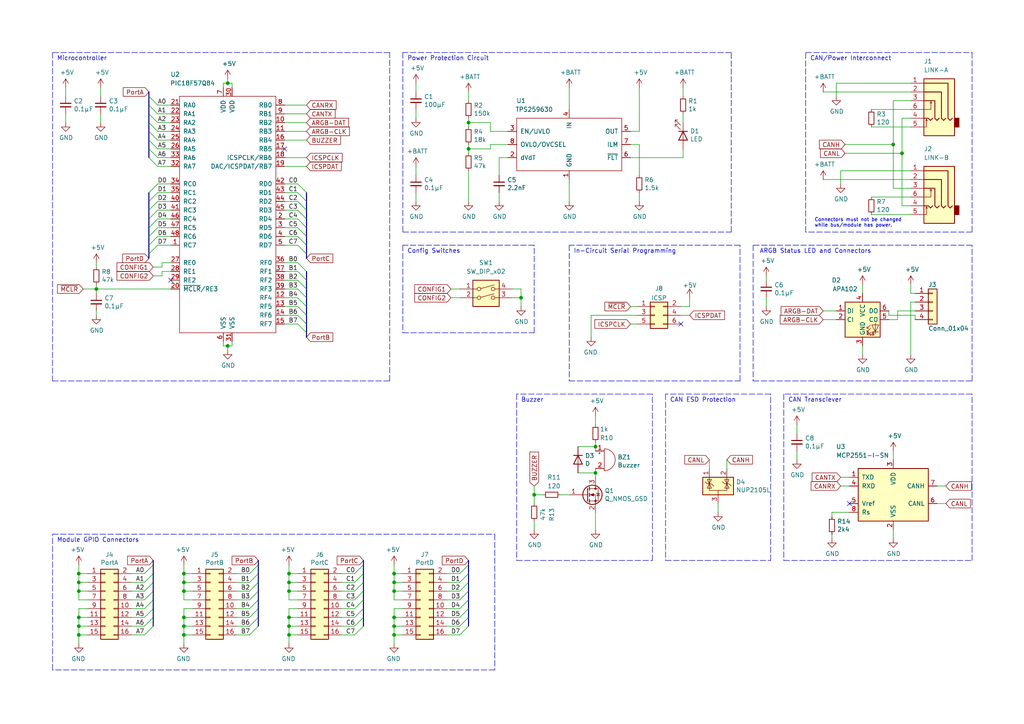
<source format=kicad_sch>
(kicad_sch (version 20211123) (generator eeschema)
  (paper "A4")
  (title_block (title "KTANE Physical Edition - Control Board") (date "2021-04-17") (rev "1") (company "Designed by Melair") (comment 1 "Multipurpose control board for Keep Talking and Nobody Explodes."))
  (junction (at 22.86 184.15))
  (junction (at 22.86 181.61))
  (junction (at 154.94 143.51))
  (junction (at 114.3 168.91))
  (junction (at 83.82 171.45))
  (junction (at 53.34 181.61))
  (junction (at 22.86 168.91))
  (junction (at 83.82 168.91))
  (junction (at 114.3 171.45))
  (junction (at 114.3 166.37))
  (junction (at 172.72 137.16))
  (junction (at 66.04 100.33))
  (junction (at 83.82 166.37))
  (junction (at 135.89 35.56))
  (junction (at 259.08 41.91))
  (junction (at 114.3 184.15))
  (junction (at 53.34 168.91))
  (junction (at 22.86 179.07))
  (junction (at 172.72 129.54))
  (junction (at 66.04 24.13))
  (junction (at 83.82 181.61))
  (junction (at 22.86 166.37))
  (junction (at 22.86 171.45))
  (junction (at 53.34 166.37))
  (junction (at 261.62 44.45))
  (junction (at 27.94 83.82))
  (junction (at 114.3 181.61))
  (junction (at 83.82 179.07))
  (junction (at 114.3 179.07))
  (junction (at 53.34 184.15))
  (junction (at 53.34 179.07))
  (junction (at 151.13 86.36))
  (junction (at 83.82 184.15))
  (junction (at 53.34 171.45))
  (junction (at 135.89 43.18))
  (no_connect (at 49.53 81.28))
  (no_connect (at 82.55 43.18))
  (no_connect (at 197.485 93.98))
  (no_connect (at 246.38 146.05))
  (bus_entry (at 43.18 60.96) (size 2.54 -2.54))
  (bus_entry (at 43.18 73.66) (size 2.54 -2.54))
  (bus_entry (at 43.18 55.88) (size 2.54 -2.54))
  (bus_entry (at 88.9 55.88) (size -2.54 -2.54))
  (bus_entry (at 88.9 71.12) (size -2.54 -2.54))
  (bus_entry (at 72.39 171.45) (size 2.54 -2.54))
  (bus_entry (at 102.87 181.61) (size 2.54 -2.54))
  (bus_entry (at 74.93 176.53) (size -2.54 2.54))
  (bus_entry (at 43.18 68.58) (size 2.54 -2.54))
  (bus_entry (at 43.18 58.42) (size 2.54 -2.54))
  (bus_entry (at 44.45 173.99) (size -2.54 2.54))
  (bus_entry (at 88.9 93.98) (size -2.54 -2.54))
  (bus_entry (at 102.87 173.99) (size 2.54 -2.54))
  (bus_entry (at 74.93 173.99) (size -2.54 2.54))
  (bus_entry (at 72.39 168.91) (size 2.54 -2.54))
  (bus_entry (at 88.9 58.42) (size -2.54 -2.54))
  (bus_entry (at 44.45 171.45) (size -2.54 2.54))
  (bus_entry (at 44.45 176.53) (size -2.54 2.54))
  (bus_entry (at 43.18 71.12) (size 2.54 -2.54))
  (bus_entry (at 133.35 166.37) (size 2.54 -2.54))
  (bus_entry (at 102.87 166.37) (size 2.54 -2.54))
  (bus_entry (at 133.35 181.61) (size 2.54 -2.54))
  (bus_entry (at 88.9 66.04) (size -2.54 -2.54))
  (bus_entry (at 72.39 184.15) (size 2.54 -2.54))
  (bus_entry (at 44.45 168.91) (size -2.54 2.54))
  (bus_entry (at 102.87 179.07) (size 2.54 -2.54))
  (bus_entry (at 43.18 27.94) (size 2.54 2.54))
  (bus_entry (at 88.9 86.36) (size -2.54 -2.54))
  (bus_entry (at 88.9 81.28) (size -2.54 -2.54))
  (bus_entry (at 43.18 43.18) (size 2.54 2.54))
  (bus_entry (at 44.45 166.37) (size -2.54 2.54))
  (bus_entry (at 44.45 179.07) (size -2.54 2.54))
  (bus_entry (at 44.45 163.83) (size -2.54 2.54))
  (bus_entry (at 74.93 179.07) (size -2.54 2.54))
  (bus_entry (at 102.87 176.53) (size 2.54 -2.54))
  (bus_entry (at 43.18 45.72) (size 2.54 2.54))
  (bus_entry (at 102.87 171.45) (size 2.54 -2.54))
  (bus_entry (at 88.9 68.58) (size -2.54 -2.54))
  (bus_entry (at 133.35 168.91) (size 2.54 -2.54))
  (bus_entry (at 88.9 88.9) (size -2.54 -2.54))
  (bus_entry (at 133.35 171.45) (size 2.54 -2.54))
  (bus_entry (at 43.18 40.64) (size 2.54 2.54))
  (bus_entry (at 43.18 66.04) (size 2.54 -2.54))
  (bus_entry (at 88.9 60.96) (size -2.54 -2.54))
  (bus_entry (at 88.9 96.52) (size -2.54 -2.54))
  (bus_entry (at 43.18 33.02) (size 2.54 2.54))
  (bus_entry (at 43.18 30.48) (size 2.54 2.54))
  (bus_entry (at 133.35 184.15) (size 2.54 -2.54))
  (bus_entry (at 44.45 181.61) (size -2.54 2.54))
  (bus_entry (at 88.9 63.5) (size -2.54 -2.54))
  (bus_entry (at 133.35 179.07) (size 2.54 -2.54))
  (bus_entry (at 88.9 78.74) (size -2.54 -2.54))
  (bus_entry (at 133.35 173.99) (size 2.54 -2.54))
  (bus_entry (at 102.87 168.91) (size 2.54 -2.54))
  (bus_entry (at 88.9 83.82) (size -2.54 -2.54))
  (bus_entry (at 43.18 63.5) (size 2.54 -2.54))
  (bus_entry (at 133.35 176.53) (size 2.54 -2.54))
  (bus_entry (at 43.18 38.1) (size 2.54 2.54))
  (bus_entry (at 43.18 35.56) (size 2.54 2.54))
  (bus_entry (at 72.39 166.37) (size 2.54 -2.54))
  (bus_entry (at 74.93 171.45) (size -2.54 2.54))
  (bus_entry (at 102.87 184.15) (size 2.54 -2.54))
  (bus_entry (at 88.9 91.44) (size -2.54 -2.54))
  (bus_entry (at 88.9 73.66) (size -2.54 -2.54))
  (wire (pts (xy 264.16 87.63) (xy 264.16 102.87)))
  (bus (pts (xy 43.18 40.64) (xy 43.18 43.18)))
  (polyline (pts (xy 227.33 114.3) (xy 227.33 162.56)))
  (wire (pts (xy 22.86 184.15) (xy 22.86 186.69)))
  (wire (pts (xy 68.58 179.07) (xy 72.39 179.07)))
  (wire (pts (xy 148.59 86.36) (xy 151.13 86.36)))
  (wire (pts (xy 86.36 63.5) (xy 82.55 63.5)))
  (bus (pts (xy 88.9 91.44) (xy 88.9 93.98)))
  (wire (pts (xy 55.88 168.91) (xy 53.34 168.91)))
  (wire (pts (xy 49.53 43.18) (xy 45.72 43.18)))
  (wire (pts (xy 83.82 171.45) (xy 86.36 171.45)))
  (wire (pts (xy 27.94 83.82) (xy 24.13 83.82)))
  (wire (pts (xy 86.36 91.44) (xy 82.55 91.44)))
  (wire (pts (xy 53.34 173.99) (xy 53.34 171.45)))
  (polyline (pts (xy 212.09 15.24) (xy 116.84 15.24)))
  (wire (pts (xy 82.55 60.96) (xy 86.36 60.96)))
  (wire (pts (xy 135.89 43.18) (xy 135.89 44.45)))
  (wire (pts (xy 82.55 30.48) (xy 88.9 30.48)))
  (bus (pts (xy 44.45 176.53) (xy 44.45 179.07)))
  (wire (pts (xy 250.19 82.55) (xy 250.19 85.09)))
  (wire (pts (xy 102.87 171.45) (xy 99.06 171.45)))
  (wire (pts (xy 259.08 133.35) (xy 259.08 130.81)))
  (wire (pts (xy 82.55 33.02) (xy 88.9 33.02)))
  (bus (pts (xy 135.89 179.07) (xy 135.89 181.61)))
  (wire (pts (xy 246.38 140.97) (xy 243.84 140.97)))
  (wire (pts (xy 55.88 181.61) (xy 53.34 181.61)))
  (wire (pts (xy 44.45 77.47) (xy 46.99 77.47)))
  (polyline (pts (xy 116.84 15.24) (xy 116.84 67.31)))
  (wire (pts (xy 25.4 179.07) (xy 22.86 179.07)))
  (bus (pts (xy 74.93 166.37) (xy 74.93 168.91)))
  (wire (pts (xy 172.72 138.43) (xy 172.72 137.16)))
  (polyline (pts (xy 214.63 71.12) (xy 165.1 71.12)))
  (bus (pts (xy 43.18 66.04) (xy 43.18 68.58)))
  (wire (pts (xy 172.72 153.67) (xy 172.72 148.59)))
  (polyline (pts (xy 149.86 114.3) (xy 149.86 162.56)))
  (bus (pts (xy 74.93 163.83) (xy 74.93 166.37)))
  (wire (pts (xy 55.88 166.37) (xy 53.34 166.37)))
  (wire (pts (xy 114.3 184.15) (xy 116.84 184.15)))
  (polyline (pts (xy 113.03 15.24) (xy 15.24 15.24)))
  (wire (pts (xy 49.53 83.82) (xy 27.94 83.82)))
  (wire (pts (xy 66.04 100.33) (xy 66.04 101.6)))
  (wire (pts (xy 197.485 88.9) (xy 200.025 88.9)))
  (wire (pts (xy 86.36 176.53) (xy 83.82 176.53)))
  (wire (pts (xy 148.59 83.82) (xy 151.13 83.82)))
  (wire (pts (xy 83.82 166.37) (xy 83.82 163.83)))
  (wire (pts (xy 182.88 93.98) (xy 184.785 93.98)))
  (wire (pts (xy 82.55 38.1) (xy 88.9 38.1)))
  (wire (pts (xy 27.94 90.17) (xy 27.94 91.44)))
  (wire (pts (xy 82.55 81.28) (xy 86.36 81.28)))
  (wire (pts (xy 185.42 38.1) (xy 185.42 25.4)))
  (wire (pts (xy 130.81 86.36) (xy 133.35 86.36)))
  (wire (pts (xy 241.3 156.21) (xy 241.3 154.94)))
  (wire (pts (xy 261.62 59.69) (xy 264.16 59.69)))
  (wire (pts (xy 53.34 184.15) (xy 53.34 186.69)))
  (wire (pts (xy 49.53 45.72) (xy 45.72 45.72)))
  (wire (pts (xy 264.16 54.61) (xy 259.08 54.61)))
  (wire (pts (xy 172.72 123.19) (xy 172.72 120.65)))
  (wire (pts (xy 53.34 176.53) (xy 53.34 179.07)))
  (wire (pts (xy 114.3 184.15) (xy 114.3 186.69)))
  (wire (pts (xy 257.81 91.44) (xy 265.43 91.44)))
  (bus (pts (xy 43.18 33.02) (xy 43.18 35.56)))
  (bus (pts (xy 105.41 171.45) (xy 105.41 173.99)))
  (polyline (pts (xy 113.03 110.49) (xy 113.03 15.24)))
  (wire (pts (xy 198.12 33.02) (xy 198.12 35.56)))
  (wire (pts (xy 154.94 146.05) (xy 154.94 143.51)))
  (wire (pts (xy 238.76 26.67) (xy 264.16 26.67)))
  (wire (pts (xy 133.35 168.91) (xy 129.54 168.91)))
  (wire (pts (xy 44.45 80.01) (xy 46.99 80.01)))
  (bus (pts (xy 88.9 86.36) (xy 88.9 88.9)))
  (bus (pts (xy 44.45 168.91) (xy 44.45 171.45)))
  (wire (pts (xy 49.53 63.5) (xy 45.72 63.5)))
  (wire (pts (xy 114.3 166.37) (xy 114.3 163.83)))
  (wire (pts (xy 147.32 45.72) (xy 144.78 45.72)))
  (wire (pts (xy 86.36 68.58) (xy 82.55 68.58)))
  (bus (pts (xy 74.93 162.56) (xy 74.93 163.83)))
  (bus (pts (xy 105.41 179.07) (xy 105.41 181.61)))
  (wire (pts (xy 49.53 58.42) (xy 45.72 58.42)))
  (wire (pts (xy 49.53 78.74) (xy 46.99 78.74)))
  (wire (pts (xy 86.36 53.34) (xy 82.55 53.34)))
  (wire (pts (xy 29.21 25.4) (xy 29.21 27.94)))
  (bus (pts (xy 105.41 162.56) (xy 105.41 163.83)))
  (bus (pts (xy 43.18 55.88) (xy 43.18 58.42)))
  (wire (pts (xy 259.08 41.91) (xy 259.08 29.21)))
  (wire (pts (xy 142.24 35.56) (xy 135.89 35.56)))
  (polyline (pts (xy 193.04 114.3) (xy 193.04 162.56)))
  (wire (pts (xy 165.1 52.07) (xy 165.1 58.42)))
  (bus (pts (xy 43.18 35.56) (xy 43.18 38.1)))
  (wire (pts (xy 41.91 166.37) (xy 38.1 166.37)))
  (wire (pts (xy 172.72 129.54) (xy 172.72 128.27)))
  (wire (pts (xy 259.08 29.21) (xy 264.16 29.21)))
  (wire (pts (xy 25.4 181.61) (xy 22.86 181.61)))
  (polyline (pts (xy 223.52 114.3) (xy 193.04 114.3)))
  (wire (pts (xy 102.87 176.53) (xy 99.06 176.53)))
  (wire (pts (xy 67.31 100.33) (xy 66.04 100.33)))
  (wire (pts (xy 46.99 76.2) (xy 46.99 77.47)))
  (wire (pts (xy 53.34 179.07) (xy 53.34 181.61)))
  (wire (pts (xy 45.72 60.96) (xy 49.53 60.96)))
  (wire (pts (xy 27.94 82.55) (xy 27.94 83.82)))
  (wire (pts (xy 271.78 146.05) (xy 274.32 146.05)))
  (wire (pts (xy 133.35 179.07) (xy 129.54 179.07)))
  (wire (pts (xy 82.55 40.64) (xy 88.9 40.64)))
  (wire (pts (xy 83.82 179.07) (xy 86.36 179.07)))
  (wire (pts (xy 83.82 179.07) (xy 83.82 181.61)))
  (bus (pts (xy 135.89 168.91) (xy 135.89 171.45)))
  (wire (pts (xy 142.24 41.91) (xy 147.32 41.91)))
  (wire (pts (xy 83.82 181.61) (xy 86.36 181.61)))
  (wire (pts (xy 83.82 181.61) (xy 83.82 184.15)))
  (bus (pts (xy 88.9 81.28) (xy 88.9 83.82)))
  (wire (pts (xy 22.86 171.45) (xy 22.86 168.91)))
  (polyline (pts (xy 281.94 15.24) (xy 281.94 67.31)))
  (wire (pts (xy 49.53 40.64) (xy 45.72 40.64)))
  (wire (pts (xy 182.88 88.9) (xy 184.785 88.9)))
  (wire (pts (xy 49.53 48.26) (xy 45.72 48.26)))
  (wire (pts (xy 133.35 166.37) (xy 129.54 166.37)))
  (bus (pts (xy 88.9 68.58) (xy 88.9 71.12)))
  (bus (pts (xy 74.93 179.07) (xy 74.93 181.61)))
  (wire (pts (xy 172.72 130.81) (xy 172.72 129.54)))
  (bus (pts (xy 43.18 43.18) (xy 43.18 45.72)))
  (wire (pts (xy 82.55 48.26) (xy 88.9 48.26)))
  (wire (pts (xy 68.58 166.37) (xy 72.39 166.37)))
  (bus (pts (xy 43.18 38.1) (xy 43.18 40.64)))
  (wire (pts (xy 49.53 33.02) (xy 45.72 33.02)))
  (polyline (pts (xy 143.51 194.31) (xy 15.24 194.31)))
  (wire (pts (xy 46.99 78.74) (xy 46.99 80.01)))
  (wire (pts (xy 135.89 41.91) (xy 135.89 43.18)))
  (bus (pts (xy 74.93 171.45) (xy 74.93 173.99)))
  (polyline (pts (xy 227.33 162.56) (xy 281.94 162.56)))
  (wire (pts (xy 144.78 55.88) (xy 144.78 58.42)))
  (wire (pts (xy 120.65 34.29) (xy 120.65 31.75)))
  (wire (pts (xy 55.88 184.15) (xy 53.34 184.15)))
  (polyline (pts (xy 281.94 67.31) (xy 233.68 67.31)))
  (wire (pts (xy 83.82 176.53) (xy 83.82 179.07)))
  (wire (pts (xy 135.89 35.56) (xy 135.89 36.83)))
  (polyline (pts (xy 218.44 71.12) (xy 218.44 110.49)))
  (wire (pts (xy 265.43 90.17) (xy 260.35 90.17)))
  (wire (pts (xy 133.35 184.15) (xy 129.54 184.15)))
  (wire (pts (xy 67.31 99.06) (xy 67.31 100.33)))
  (wire (pts (xy 246.38 138.43) (xy 243.84 138.43)))
  (wire (pts (xy 64.77 24.13) (xy 64.77 25.4)))
  (wire (pts (xy 171.45 91.44) (xy 171.45 97.79)))
  (wire (pts (xy 157.48 143.51) (xy 154.94 143.51)))
  (wire (pts (xy 29.21 35.56) (xy 29.21 33.02)))
  (polyline (pts (xy 116.84 96.52) (xy 154.94 96.52)))
  (wire (pts (xy 49.53 38.1) (xy 45.72 38.1)))
  (polyline (pts (xy 154.94 71.12) (xy 116.84 71.12)))
  (wire (pts (xy 45.72 71.12) (xy 49.53 71.12)))
  (wire (pts (xy 25.4 166.37) (xy 22.86 166.37)))
  (bus (pts (xy 105.41 163.83) (xy 105.41 166.37)))
  (wire (pts (xy 82.55 86.36) (xy 86.36 86.36)))
  (wire (pts (xy 245.11 41.91) (xy 259.08 41.91)))
  (wire (pts (xy 154.94 151.13) (xy 154.94 153.67)))
  (wire (pts (xy 135.89 49.53) (xy 135.89 58.42)))
  (polyline (pts (xy 149.86 162.56) (xy 189.23 162.56)))
  (wire (pts (xy 86.36 93.98) (xy 82.55 93.98)))
  (wire (pts (xy 102.87 184.15) (xy 99.06 184.15)))
  (wire (pts (xy 22.86 176.53) (xy 22.86 179.07)))
  (bus (pts (xy 74.93 173.99) (xy 74.93 176.53)))
  (bus (pts (xy 88.9 55.88) (xy 88.9 58.42)))
  (wire (pts (xy 68.58 181.61) (xy 72.39 181.61)))
  (bus (pts (xy 135.89 173.99) (xy 135.89 176.53)))
  (bus (pts (xy 43.18 73.66) (xy 43.18 74.93)))
  (bus (pts (xy 88.9 60.96) (xy 88.9 63.5)))
  (wire (pts (xy 185.42 55.88) (xy 185.42 58.42)))
  (wire (pts (xy 142.24 43.18) (xy 135.89 43.18)))
  (bus (pts (xy 135.89 163.83) (xy 135.89 166.37)))
  (polyline (pts (xy 212.09 67.31) (xy 212.09 15.24)))
  (wire (pts (xy 172.72 137.16) (xy 172.72 135.89)))
  (polyline (pts (xy 281.94 162.56) (xy 281.94 114.3)))
  (wire (pts (xy 68.58 171.45) (xy 72.39 171.45)))
  (wire (pts (xy 45.72 53.34) (xy 49.53 53.34)))
  (bus (pts (xy 88.9 63.5) (xy 88.9 66.04)))
  (polyline (pts (xy 143.51 154.94) (xy 143.51 194.31)))
  (wire (pts (xy 68.58 176.53) (xy 72.39 176.53)))
  (polyline (pts (xy 165.1 110.49) (xy 214.63 110.49)))
  (wire (pts (xy 252.73 31.75) (xy 264.16 31.75)))
  (wire (pts (xy 245.11 44.45) (xy 261.62 44.45)))
  (wire (pts (xy 67.31 25.4) (xy 67.31 24.13)))
  (wire (pts (xy 114.3 173.99) (xy 114.3 171.45)))
  (bus (pts (xy 43.18 58.42) (xy 43.18 60.96)))
  (wire (pts (xy 66.04 22.86) (xy 66.04 24.13)))
  (bus (pts (xy 43.18 60.96) (xy 43.18 63.5)))
  (wire (pts (xy 19.05 35.56) (xy 19.05 33.02)))
  (wire (pts (xy 55.88 173.99) (xy 53.34 173.99)))
  (bus (pts (xy 88.9 96.52) (xy 88.9 97.79)))
  (wire (pts (xy 205.74 133.35) (xy 205.74 135.89)))
  (wire (pts (xy 151.13 83.82) (xy 151.13 86.36)))
  (wire (pts (xy 82.55 55.88) (xy 86.36 55.88)))
  (polyline (pts (xy 15.24 194.31) (xy 15.24 154.94)))
  (wire (pts (xy 114.3 168.91) (xy 114.3 166.37)))
  (wire (pts (xy 162.56 143.51) (xy 165.1 143.51)))
  (bus (pts (xy 74.93 176.53) (xy 74.93 179.07)))
  (wire (pts (xy 38.1 168.91) (xy 41.91 168.91)))
  (wire (pts (xy 116.84 173.99) (xy 114.3 173.99)))
  (bus (pts (xy 135.89 171.45) (xy 135.89 173.99)))
  (polyline (pts (xy 233.68 15.24) (xy 281.94 15.24)))
  (polyline (pts (xy 15.24 154.94) (xy 143.51 154.94)))
  (wire (pts (xy 261.62 34.29) (xy 264.16 34.29)))
  (wire (pts (xy 49.53 76.2) (xy 46.99 76.2)))
  (wire (pts (xy 55.88 179.07) (xy 53.34 179.07)))
  (wire (pts (xy 22.86 179.07) (xy 22.86 181.61)))
  (wire (pts (xy 22.86 173.99) (xy 22.86 171.45)))
  (wire (pts (xy 27.94 76.2) (xy 27.94 77.47)))
  (polyline (pts (xy 189.23 114.3) (xy 149.86 114.3)))
  (wire (pts (xy 252.73 62.23) (xy 264.16 62.23)))
  (bus (pts (xy 135.89 162.56) (xy 135.89 163.83)))
  (wire (pts (xy 182.88 38.1) (xy 185.42 38.1)))
  (wire (pts (xy 49.53 30.48) (xy 45.72 30.48)))
  (wire (pts (xy 41.91 176.53) (xy 38.1 176.53)))
  (wire (pts (xy 243.84 49.53) (xy 243.84 53.34)))
  (wire (pts (xy 135.89 34.29) (xy 135.89 35.56)))
  (wire (pts (xy 252.73 57.15) (xy 264.16 57.15)))
  (wire (pts (xy 242.57 92.71) (xy 238.76 92.71)))
  (wire (pts (xy 264.16 82.55) (xy 264.16 85.09)))
  (bus (pts (xy 88.9 93.98) (xy 88.9 96.52)))
  (wire (pts (xy 197.485 91.44) (xy 200.025 91.44)))
  (wire (pts (xy 66.04 24.13) (xy 64.77 24.13)))
  (wire (pts (xy 45.72 68.58) (xy 49.53 68.58)))
  (bus (pts (xy 105.41 173.99) (xy 105.41 176.53)))
  (wire (pts (xy 114.3 166.37) (xy 116.84 166.37)))
  (polyline (pts (xy 15.24 110.49) (xy 113.03 110.49)))
  (wire (pts (xy 246.38 148.59) (xy 241.3 148.59)))
  (wire (pts (xy 142.24 41.91) (xy 142.24 43.18)))
  (polyline (pts (xy 116.84 71.12) (xy 116.84 96.52)))
  (bus (pts (xy 88.9 71.12) (xy 88.9 73.66)))
  (wire (pts (xy 198.12 25.4) (xy 198.12 27.94)))
  (polyline (pts (xy 189.23 162.56) (xy 189.23 114.3)))
  (bus (pts (xy 88.9 88.9) (xy 88.9 91.44)))
  (bus (pts (xy 105.41 176.53) (xy 105.41 179.07)))
  (wire (pts (xy 142.24 38.1) (xy 142.24 35.56)))
  (bus (pts (xy 135.89 176.53) (xy 135.89 179.07)))
  (wire (pts (xy 116.84 176.53) (xy 114.3 176.53)))
  (wire (pts (xy 167.64 129.54) (xy 172.72 129.54)))
  (polyline (pts (xy 165.1 71.12) (xy 165.1 110.49)))
  (bus (pts (xy 44.45 166.37) (xy 44.45 168.91)))
  (wire (pts (xy 19.05 25.4) (xy 19.05 27.94)))
  (wire (pts (xy 67.31 24.13) (xy 66.04 24.13)))
  (wire (pts (xy 102.87 173.99) (xy 99.06 173.99)))
  (wire (pts (xy 83.82 184.15) (xy 83.82 186.69)))
  (wire (pts (xy 264.16 87.63) (xy 265.43 87.63)))
  (wire (pts (xy 86.36 78.74) (xy 82.55 78.74)))
  (bus (pts (xy 44.45 179.07) (xy 44.45 181.61)))
  (wire (pts (xy 135.89 26.67) (xy 135.89 29.21)))
  (wire (pts (xy 261.62 44.45) (xy 261.62 59.69)))
  (wire (pts (xy 83.82 166.37) (xy 86.36 166.37)))
  (polyline (pts (xy 281.94 114.3) (xy 227.33 114.3)))
  (wire (pts (xy 114.3 176.53) (xy 114.3 179.07)))
  (polyline (pts (xy 214.63 110.49) (xy 214.63 71.12)))
  (wire (pts (xy 83.82 168.91) (xy 83.82 166.37)))
  (wire (pts (xy 182.88 41.91) (xy 185.42 41.91)))
  (wire (pts (xy 261.62 44.45) (xy 261.62 34.29)))
  (wire (pts (xy 260.35 90.17) (xy 260.35 92.71)))
  (wire (pts (xy 231.14 123.19) (xy 231.14 125.73)))
  (wire (pts (xy 102.87 181.61) (xy 99.06 181.61)))
  (wire (pts (xy 83.82 184.15) (xy 86.36 184.15)))
  (polyline (pts (xy 281.94 110.49) (xy 281.94 71.12)))
  (bus (pts (xy 43.18 26.67) (xy 43.18 27.94)))
  (polyline (pts (xy 223.52 162.56) (xy 223.52 114.3)))
  (polyline (pts (xy 218.44 110.49) (xy 281.94 110.49)))
  (bus (pts (xy 135.89 166.37) (xy 135.89 168.91)))
  (wire (pts (xy 53.34 166.37) (xy 53.34 163.83)))
  (bus (pts (xy 44.45 163.83) (xy 44.45 166.37)))
  (bus (pts (xy 43.18 71.12) (xy 43.18 73.66)))
  (wire (pts (xy 114.3 181.61) (xy 116.84 181.61)))
  (wire (pts (xy 167.64 137.16) (xy 172.72 137.16)))
  (wire (pts (xy 165.1 25.4) (xy 165.1 31.75)))
  (wire (pts (xy 25.4 184.15) (xy 22.86 184.15)))
  (wire (pts (xy 41.91 181.61) (xy 38.1 181.61)))
  (bus (pts (xy 88.9 83.82) (xy 88.9 86.36)))
  (wire (pts (xy 264.16 49.53) (xy 243.84 49.53)))
  (polyline (pts (xy 233.68 67.31) (xy 233.68 15.24)))
  (wire (pts (xy 82.55 45.72) (xy 88.9 45.72)))
  (wire (pts (xy 242.57 24.13) (xy 264.16 24.13)))
  (polyline (pts (xy 193.04 162.56) (xy 223.52 162.56)))
  (wire (pts (xy 53.34 168.91) (xy 53.34 166.37)))
  (wire (pts (xy 38.1 179.07) (xy 41.91 179.07)))
  (wire (pts (xy 102.87 168.91) (xy 99.06 168.91)))
  (wire (pts (xy 260.35 92.71) (xy 257.81 92.71)))
  (wire (pts (xy 83.82 173.99) (xy 83.82 171.45)))
  (wire (pts (xy 82.55 71.12) (xy 86.36 71.12)))
  (wire (pts (xy 114.3 181.61) (xy 114.3 184.15)))
  (wire (pts (xy 86.36 168.91) (xy 83.82 168.91)))
  (wire (pts (xy 55.88 176.53) (xy 53.34 176.53)))
  (wire (pts (xy 86.36 76.2) (xy 82.55 76.2)))
  (wire (pts (xy 22.86 181.61) (xy 22.86 184.15)))
  (wire (pts (xy 133.35 171.45) (xy 129.54 171.45)))
  (bus (pts (xy 43.18 30.48) (xy 43.18 33.02)))
  (wire (pts (xy 55.88 171.45) (xy 53.34 171.45)))
  (wire (pts (xy 210.82 133.35) (xy 210.82 135.89)))
  (bus (pts (xy 43.18 27.94) (xy 43.18 30.48)))
  (wire (pts (xy 102.87 179.07) (xy 99.06 179.07)))
  (polyline (pts (xy 281.94 71.12) (xy 218.44 71.12)))
  (bus (pts (xy 88.9 73.66) (xy 88.9 74.93)))
  (wire (pts (xy 22.86 166.37) (xy 22.86 163.83)))
  (wire (pts (xy 264.16 52.07) (xy 238.76 52.07)))
  (wire (pts (xy 200.025 86.36) (xy 200.025 88.9)))
  (wire (pts (xy 231.14 130.81) (xy 231.14 133.35)))
  (wire (pts (xy 22.86 168.91) (xy 22.86 166.37)))
  (wire (pts (xy 64.77 99.06) (xy 64.77 100.33)))
  (wire (pts (xy 208.28 146.05) (xy 208.28 148.59)))
  (wire (pts (xy 259.08 54.61) (xy 259.08 41.91)))
  (wire (pts (xy 250.19 100.33) (xy 250.19 102.87)))
  (wire (pts (xy 49.53 35.56) (xy 45.72 35.56)))
  (polyline (pts (xy 15.24 15.24) (xy 15.24 110.49)))
  (wire (pts (xy 83.82 171.45) (xy 83.82 168.91)))
  (bus (pts (xy 43.18 68.58) (xy 43.18 71.12)))
  (wire (pts (xy 27.94 83.82) (xy 27.94 85.09)))
  (wire (pts (xy 252.73 36.83) (xy 264.16 36.83)))
  (wire (pts (xy 120.65 48.26) (xy 120.65 50.8)))
  (wire (pts (xy 114.3 171.45) (xy 114.3 168.91)))
  (wire (pts (xy 133.35 176.53) (xy 129.54 176.53)))
  (wire (pts (xy 271.78 140.97) (xy 274.32 140.97)))
  (wire (pts (xy 222.25 80.01) (xy 222.25 81.28)))
  (wire (pts (xy 45.72 66.04) (xy 49.53 66.04)))
  (wire (pts (xy 82.55 66.04) (xy 86.36 66.04)))
  (wire (pts (xy 198.12 45.72) (xy 182.88 45.72)))
  (wire (pts (xy 38.1 173.99) (xy 41.91 173.99)))
  (wire (pts (xy 242.57 90.17) (xy 238.76 90.17)))
  (bus (pts (xy 88.9 78.74) (xy 88.9 81.28)))
  (wire (pts (xy 41.91 184.15) (xy 38.1 184.15)))
  (polyline (pts (xy 154.94 96.52) (xy 154.94 71.12)))
  (wire (pts (xy 198.12 43.18) (xy 198.12 45.72)))
  (wire (pts (xy 86.36 58.42) (xy 82.55 58.42)))
  (wire (pts (xy 241.3 148.59) (xy 241.3 149.86)))
  (bus (pts (xy 88.9 58.42) (xy 88.9 60.96)))
  (wire (pts (xy 114.3 171.45) (xy 116.84 171.45)))
  (wire (pts (xy 41.91 171.45) (xy 38.1 171.45)))
  (wire (pts (xy 222.25 86.36) (xy 222.25 88.9)))
  (wire (pts (xy 144.78 45.72) (xy 144.78 50.8)))
  (wire (pts (xy 130.81 83.82) (xy 133.35 83.82)))
  (wire (pts (xy 25.4 168.91) (xy 22.86 168.91)))
  (bus (pts (xy 44.45 173.99) (xy 44.45 176.53)))
  (wire (pts (xy 102.87 166.37) (xy 99.06 166.37)))
  (wire (pts (xy 53.34 181.61) (xy 53.34 184.15)))
  (wire (pts (xy 147.32 38.1) (xy 142.24 38.1)))
  (wire (pts (xy 242.57 27.94) (xy 242.57 24.13)))
  (wire (pts (xy 120.65 26.67) (xy 120.65 24.13)))
  (wire (pts (xy 68.58 168.91) (xy 72.39 168.91)))
  (wire (pts (xy 64.77 100.33) (xy 66.04 100.33)))
  (wire (pts (xy 68.58 184.15) (xy 72.39 184.15)))
  (wire (pts (xy 133.35 173.99) (xy 129.54 173.99)))
  (wire (pts (xy 82.55 35.56) (xy 88.9 35.56)))
  (wire (pts (xy 68.58 173.99) (xy 72.39 173.99)))
  (bus (pts (xy 43.18 63.5) (xy 43.18 66.04)))
  (wire (pts (xy 264.16 85.09) (xy 265.43 85.09)))
  (polyline (pts (xy 116.84 67.31) (xy 212.09 67.31)))
  (bus (pts (xy 44.45 171.45) (xy 44.45 173.99)))
  (wire (pts (xy 114.3 179.07) (xy 116.84 179.07)))
  (wire (pts (xy 259.08 156.21) (xy 259.08 153.67)))
  (wire (pts (xy 86.36 88.9) (xy 82.55 88.9)))
  (wire (pts (xy 120.65 58.42) (xy 120.65 55.88)))
  (wire (pts (xy 53.34 171.45) (xy 53.34 168.91)))
  (wire (pts (xy 257.81 90.17) (xy 257.81 91.44)))
  (bus (pts (xy 88.9 66.04) (xy 88.9 68.58)))
  (wire (pts (xy 86.36 83.82) (xy 82.55 83.82)))
  (bus (pts (xy 105.41 168.91) (xy 105.41 171.45)))
  (bus (pts (xy 44.45 162.56) (xy 44.45 163.83)))
  (bus (pts (xy 74.93 168.91) (xy 74.93 171.45)))
  (wire (pts (xy 25.4 171.45) (xy 22.86 171.45)))
  (wire (pts (xy 151.13 86.36) (xy 151.13 88.9)))
  (wire (pts (xy 154.94 143.51) (xy 154.94 140.97)))
  (wire (pts (xy 86.36 173.99) (xy 83.82 173.99)))
  (wire (pts (xy 116.84 168.91) (xy 114.3 168.91)))
  (wire (pts (xy 45.72 55.88) (xy 49.53 55.88)))
  (wire (pts (xy 185.42 41.91) (xy 185.42 50.8)))
  (wire (pts (xy 114.3 179.07) (xy 114.3 181.61)))
  (wire (pts (xy 25.4 176.53) (xy 22.86 176.53)))
  (bus (pts (xy 105.41 166.37) (xy 105.41 168.91)))
  (wire (pts (xy 25.4 173.99) (xy 22.86 173.99)))
  (wire (pts (xy 265.43 91.44) (xy 265.43 92.71)))
  (wire (pts (xy 133.35 181.61) (xy 129.54 181.61)))
  (wire (pts (xy 171.45 91.44) (xy 184.785 91.44)))
  (text "CAN/Power Interconnect" (at 234.95 17.78 0) (effects (font (size 1.27 1.27)) (justify left bottom)))
  (text "Connectors must not be changed\nwhile bus/module has power." (at 236.22 66.04 0) (effects (font (size 0.9906 0.9906)) (justify left bottom)))
  (text "Config Switches" (at 118.11 73.66 0) (effects (font (size 1.27 1.27)) (justify left bottom)))
  (text "In-Circuit Serial Programming" (at 166.37 73.66 0) (effects (font (size 1.27 1.27)) (justify left bottom)))
  (text "Module GPIO Connectors" (at 16.51 157.48 0) (effects (font (size 1.27 1.27)) (justify left bottom)))
  (text "Microcontroller" (at 16.51 17.78 0) (effects (font (size 1.27 1.27)) (justify left bottom)))
  (text "ARGB Status LED and Connectors" (at 252.73 73.66 180) (effects (font (size 1.27 1.27)) (justify right bottom)))
  (text "CAN Transciever" (at 228.6 116.84 0) (effects (font (size 1.27 1.27)) (justify left bottom)))
  (text "Buzzer" (at 151.13 116.84 0) (effects (font (size 1.27 1.27)) (justify left bottom)))
  (text "CAN ESD Protection" (at 194.31 116.84 0) (effects (font (size 1.27 1.27)) (justify left bottom)))
  (text "Power Protection Circuit" (at 118.11 17.78 0) (effects (font (size 1.27 1.27)) (justify left bottom)))
  (label "B0" (at 86.36 76.2 180))
  (label "D0" (at 45.72 53.34 0))
  (label "B5" (at 69.85 179.07 0))
  (label "A5" (at 45.72 43.18 0))
  (label "C5" (at 86.36 66.04 180))
  (label "A4" (at 45.72 40.64 0))
  (label "D1" (at 45.72 55.88 0))
  (label "A7" (at 39.37 184.15 0))
  (label "C4" (at 86.36 63.5 180))
  (label "D3" (at 130.81 173.99 0))
  (label "C7" (at 100.33 184.15 0))
  (label "A0" (at 39.37 166.37 0))
  (label "B6" (at 69.85 181.61 0))
  (label "B2" (at 86.36 81.28 180))
  (label "C6" (at 86.36 68.58 180))
  (label "D5" (at 45.72 66.04 0))
  (label "C4" (at 100.33 176.53 0))
  (label "C3" (at 86.36 60.96 180))
  (label "B2" (at 69.85 171.45 0))
  (label "B0" (at 69.85 166.37 0))
  (label "C0" (at 100.33 166.37 0))
  (label "A3" (at 45.72 38.1 0))
  (label "B5" (at 86.36 88.9 180))
  (label "D2" (at 130.81 171.45 0))
  (label "D6" (at 45.72 68.58 0))
  (label "B7" (at 86.36 93.98 180))
  (label "D2" (at 45.72 58.42 0))
  (label "C3" (at 100.33 173.99 0))
  (label "B1" (at 86.36 78.74 180))
  (label "C5" (at 100.33 179.07 0))
  (label "D7" (at 130.81 184.15 0))
  (label "A5" (at 39.37 179.07 0))
  (label "C2" (at 86.36 58.42 180))
  (label "C1" (at 86.36 55.88 180))
  (label "A6" (at 45.72 45.72 0))
  (label "C1" (at 100.33 168.91 0))
  (label "A2" (at 45.72 35.56 0))
  (label "D7" (at 45.72 71.12 0))
  (label "D6" (at 130.81 181.61 0))
  (label "B3" (at 69.85 173.99 0))
  (label "D3" (at 45.72 60.96 0))
  (label "B3" (at 86.36 83.82 180))
  (label "C2" (at 100.33 171.45 0))
  (label "D4" (at 45.72 63.5 0))
  (label "B4" (at 69.85 176.53 0))
  (label "B7" (at 69.85 184.15 0))
  (label "A2" (at 39.37 171.45 0))
  (label "D4" (at 130.81 176.53 0))
  (label "A3" (at 39.37 173.99 0))
  (label "C0" (at 86.36 53.34 180))
  (label "D5" (at 130.81 179.07 0))
  (label "A0" (at 45.72 30.48 0))
  (label "A7" (at 45.72 48.26 0))
  (label "B1" (at 69.85 168.91 0))
  (label "B6" (at 86.36 91.44 180))
  (label "A6" (at 39.37 181.61 0))
  (label "C6" (at 100.33 181.61 0))
  (label "A1" (at 45.72 33.02 0))
  (label "A1" (at 39.37 168.91 0))
  (label "B4" (at 86.36 86.36 180))
  (label "D0" (at 130.81 166.37 0))
  (label "A4" (at 39.37 176.53 0))
  (label "C7" (at 86.36 71.12 180))
  (label "D1" (at 130.81 168.91 0))
  (global_label "CANL" (shape input) (at 274.32 146.05 0) (property "Intersheet References" "${INTERSHEET_REFS}" (effects hide)))
  (global_label "ARGB-CLK" (shape input) (at 238.76 92.71 180) (property "Intersheet References" "${INTERSHEET_REFS}" (effects hide)))
  (global_label "CANL" (shape input) (at 245.11 44.45 180) (property "Intersheet References" "${INTERSHEET_REFS}" (effects hide)))
  (global_label "BUZZER" (shape input) (at 154.94 140.97 90) (property "Intersheet References" "${INTERSHEET_REFS}" (effects hide)))
  (global_label "CANH" (shape input) (at 274.32 140.97 0) (property "Intersheet References" "${INTERSHEET_REFS}" (effects hide)))
  (global_label "CANH" (shape input) (at 245.11 41.91 180) (property "Intersheet References" "${INTERSHEET_REFS}" (effects hide)))
  (global_label "PortB" (shape input) (at 74.93 162.56 180) (property "Intersheet References" "${INTERSHEET_REFS}" (effects hide)))
  (global_label "CONFIG2" (shape input) (at 44.45 80.01 180) (property "Intersheet References" "${INTERSHEET_REFS}" (effects hide)))
  (global_label "ICSPDAT" (shape input) (at 200.025 91.44 0) (property "Intersheet References" "${INTERSHEET_REFS}" (effects hide)))
  (global_label "ICSPCLK" (shape input) (at 88.9 45.72 0) (property "Intersheet References" "${INTERSHEET_REFS}" (effects hide)))
  (global_label "PortD" (shape input) (at 43.18 74.93 180) (property "Intersheet References" "${INTERSHEET_REFS}" (effects hide)))
  (global_label "PortD" (shape input) (at 135.89 162.56 180) (property "Intersheet References" "${INTERSHEET_REFS}" (effects hide)))
  (global_label "ARGB-DAT" (shape input) (at 238.76 90.17 180) (property "Intersheet References" "${INTERSHEET_REFS}" (effects hide)))
  (global_label "ICSPCLK" (shape input) (at 182.88 93.98 180) (property "Intersheet References" "${INTERSHEET_REFS}" (effects hide)))
  (global_label "PortB" (shape input) (at 88.9 97.79 0) (property "Intersheet References" "${INTERSHEET_REFS}" (effects hide)))
  (global_label "CONFIG1" (shape input) (at 130.81 83.82 180) (property "Intersheet References" "${INTERSHEET_REFS}" (effects hide)))
  (global_label "CANRX" (shape input) (at 88.9 30.48 0) (property "Intersheet References" "${INTERSHEET_REFS}" (effects hide)))
  (global_label "BUZZER" (shape input) (at 88.9 40.64 0) (property "Intersheet References" "${INTERSHEET_REFS}" (effects hide)))
  (global_label "CONFIG1" (shape input) (at 44.45 77.47 180) (property "Intersheet References" "${INTERSHEET_REFS}" (effects hide)))
  (global_label "ARGB-CLK" (shape input) (at 88.9 38.1 0) (property "Intersheet References" "${INTERSHEET_REFS}" (effects hide)))
  (global_label "PortC" (shape input) (at 88.9 74.93 0) (property "Intersheet References" "${INTERSHEET_REFS}" (effects hide)))
  (global_label "CONFIG2" (shape input) (at 130.81 86.36 180) (property "Intersheet References" "${INTERSHEET_REFS}" (effects hide)))
  (global_label "~{MCLR}" (shape input) (at 24.13 83.82 180) (property "Intersheet References" "${INTERSHEET_REFS}" (effects hide)))
  (global_label "CANRX" (shape input) (at 243.84 140.97 180) (property "Intersheet References" "${INTERSHEET_REFS}" (effects hide)))
  (global_label "~{MCLR}" (shape input) (at 182.88 88.9 180) (property "Intersheet References" "${INTERSHEET_REFS}" (effects hide)))
  (global_label "CANTX" (shape input) (at 88.9 33.02 0) (property "Intersheet References" "${INTERSHEET_REFS}" (effects hide)))
  (global_label "CANH" (shape input) (at 210.82 133.35 0) (property "Intersheet References" "${INTERSHEET_REFS}" (effects hide)))
  (global_label "ICSPDAT" (shape input) (at 88.9 48.26 0) (property "Intersheet References" "${INTERSHEET_REFS}" (effects hide)))
  (global_label "ARGB-DAT" (shape input) (at 88.9 35.56 0) (property "Intersheet References" "${INTERSHEET_REFS}" (effects hide)))
  (global_label "PortA" (shape input) (at 43.18 26.67 180) (property "Intersheet References" "${INTERSHEET_REFS}" (effects hide)))
  (global_label "PortC" (shape input) (at 105.41 162.56 180) (property "Intersheet References" "${INTERSHEET_REFS}" (effects hide)))
  (global_label "CANTX" (shape input) (at 243.84 138.43 180) (property "Intersheet References" "${INTERSHEET_REFS}" (effects hide)))
  (global_label "CANL" (shape input) (at 205.74 133.35 180) (property "Intersheet References" "${INTERSHEET_REFS}" (effects hide)))
  (global_label "PortA" (shape input) (at 44.45 162.56 180) (property "Intersheet References" "${INTERSHEET_REFS}" (effects hide)))
  (symbol (lib_id "Interface_CAN_LIN:MCP2551-I-SN") (at 259.08 143.51 0) (unit 1)
    (property "Reference" "U3" (at 243.84 129.54 0))
    (property "Value" "MCP2551-I-SN" (at 250.19 132.08 0))
    (property "Footprint" "Package_SO:SOIC-8_3.9x4.9mm_P1.27mm" (effects hide))
    (property "Datasheet" "http://ww1.microchip.com/downloads/en/devicedoc/21667d.pdf" (effects hide))
  )
  (symbol (lib_id "KTANE:PIC18F57Q84") (at 66.04 62.23 0) (unit 1)
    (property "Reference" "U2" (at 50.8 21.59 0))
    (property "Value" "PIC18F57Q84" (at 55.88 24.13 0))
    (property "Footprint" "Package_QFP:TQFP-48_7x7mm_P0.5mm" (effects hide))
    (property "Datasheet" "https://ww1.microchip.com/downloads/en/DeviceDoc/PIC18F27-47-57Q84-Data-Sheet-40002213D.pdf" (effects hide))
  )
  (symbol (lib_id "Device:C_Small") (at 29.21 30.48 0) (unit 1)
    (property "Reference" "C3" (at 31.5468 29.3116 0) (effects (justify left)))
    (property "Value" "0.1μF" (at 31.5468 31.623 0) (effects (justify left)))
    (property "Footprint" "Capacitor_SMD:C_0805_2012Metric" (effects hide))
  )
  (symbol (lib_id "Device:C_Small") (at 19.05 30.48 0) (unit 1)
    (property "Reference" "C2" (at 21.3868 29.3116 0) (effects (justify left)))
    (property "Value" "0.1μF" (at 21.3868 31.623 0) (effects (justify left)))
    (property "Footprint" "Capacitor_SMD:C_0805_2012Metric" (effects hide))
  )
  (symbol (lib_id "Device:C_Small") (at 231.14 128.27 0) (unit 1)
    (property "Reference" "C8" (at 233.4768 127.1016 0) (effects (justify left)))
    (property "Value" "0.1μF" (at 233.4768 129.413 0) (effects (justify left)))
    (property "Footprint" "Capacitor_SMD:C_0805_2012Metric" (effects hide))
  )
  (symbol (lib_id "power:+5V") (at 29.21 25.4 0) (unit 1)
    (property "Reference" "#PWR04" (effects hide))
    (property "Value" "+5V" (at 29.591 21.0058 0))
  )
  (symbol (lib_id "power:+5V") (at 19.05 25.4 0) (unit 1)
    (property "Reference" "#PWR03" (effects hide))
    (property "Value" "+5V" (at 19.431 21.0058 0))
  )
  (symbol (lib_id "power:+5V") (at 231.14 123.19 0) (unit 1)
    (property "Reference" "#PWR038" (effects hide))
    (property "Value" "+5V" (at 231.521 118.7958 0))
  )
  (symbol (lib_id "power:GND") (at 29.21 35.56 0) (unit 1)
    (property "Reference" "#PWR013" (effects hide))
    (property "Value" "GND" (at 29.337 39.9542 0))
  )
  (symbol (lib_id "power:GND") (at 19.05 35.56 0) (unit 1)
    (property "Reference" "#PWR012" (effects hide))
    (property "Value" "GND" (at 19.177 39.9542 0))
  )
  (symbol (lib_id "power:GND") (at 231.14 133.35 0) (unit 1)
    (property "Reference" "#PWR041" (effects hide))
    (property "Value" "GND" (at 231.267 137.7442 0))
  )
  (symbol (lib_id "power:+5V") (at 66.04 22.86 0) (unit 1)
    (property "Reference" "#PWR01" (effects hide))
    (property "Value" "+5V" (at 66.421 18.4658 0))
  )
  (symbol (lib_id "power:+5V") (at 259.08 130.81 0) (unit 1)
    (property "Reference" "#PWR039" (effects hide))
    (property "Value" "+5V" (at 259.461 126.4158 0))
  )
  (symbol (lib_id "power:GND") (at 259.08 156.21 0) (unit 1)
    (property "Reference" "#PWR049" (effects hide))
    (property "Value" "GND" (at 259.207 160.6042 0))
  )
  (symbol (lib_id "power:GND") (at 66.04 101.6 0) (unit 1)
    (property "Reference" "#PWR031" (effects hide))
    (property "Value" "GND" (at 66.167 105.9942 0))
  )
  (symbol (lib_id "Device:R_Small") (at 241.3 152.4 0) (unit 1)
    (property "Reference" "R14" (at 242.7986 151.2316 0) (effects (justify left)))
    (property "Value" "2k4" (at 242.7986 153.543 0) (effects (justify left)))
    (property "Footprint" "Resistor_SMD:R_0805_2012Metric" (effects hide))
  )
  (symbol (lib_id "power:GND") (at 241.3 156.21 0) (unit 1)
    (property "Reference" "#PWR048" (effects hide))
    (property "Value" "GND" (at 241.427 160.6042 0))
  )
  (symbol (lib_id "Device:R_Small") (at 252.73 34.29 0) (unit 1)
    (property "Reference" "R3" (at 254.2286 33.1216 0) (effects (justify left)))
    (property "Value" "120" (at 254.2286 35.433 0) (effects (justify left)))
    (property "Footprint" "Resistor_SMD:R_0805_2012Metric" (effects hide))
  )
  (symbol (lib_id "Device:R_Small") (at 252.73 59.69 0) (unit 1)
    (property "Reference" "R7" (at 254.2286 58.5216 0) (effects (justify left)))
    (property "Value" "120" (at 254.2286 60.833 0) (effects (justify left)))
    (property "Footprint" "Resistor_SMD:R_0805_2012Metric" (effects hide))
  )
  (symbol (lib_id "power:GND") (at 242.57 27.94 0) (unit 1)
    (property "Reference" "#PWR010" (effects hide))
    (property "Value" "GND" (at 242.697 32.3342 0))
  )
  (symbol (lib_id "power:GND") (at 243.84 53.34 0) (unit 1)
    (property "Reference" "#PWR016" (effects hide))
    (property "Value" "GND" (at 243.967 57.7342 0))
  )
  (symbol (lib_id "Connector_Generic:Conn_02x08_Odd_Even") (at 30.48 173.99 0) (unit 1)
    (property "Reference" "J4" (at 31.75 160.8582 0))
    (property "Value" "PortA" (at 31.75 163.1696 0))
    (property "Footprint" "Custom:PinHeader_2x08_P2.54mm_Vertical-Centered" (effects hide))
  )
  (symbol (lib_id "Connector_Generic:Conn_02x08_Odd_Even") (at 60.96 173.99 0) (unit 1)
    (property "Reference" "J5" (at 62.23 160.8582 0))
    (property "Value" "PortB" (at 62.23 163.1696 0))
    (property "Footprint" "Custom:PinHeader_2x08_P2.54mm_Vertical-Centered" (effects hide))
  )
  (symbol (lib_id "Connector_Generic:Conn_02x08_Odd_Even") (at 91.44 173.99 0) (unit 1)
    (property "Reference" "J6" (at 92.71 160.8582 0))
    (property "Value" "PortC" (at 92.71 163.1696 0))
    (property "Footprint" "Custom:PinHeader_2x08_P2.54mm_Vertical-Centered" (effects hide))
  )
  (symbol (lib_id "Device:C_Small") (at 120.65 29.21 0) (unit 1)
    (property "Reference" "C1" (at 122.9868 28.0416 0) (effects (justify left)))
    (property "Value" "100μF" (at 122.9868 30.353 0) (effects (justify left)))
    (property "Footprint" "Capacitor_Tantalum_SMD:CP_EIA-7343-31_Kemet-D" (effects hide))
  )
  (symbol (lib_id "power:+5V") (at 120.65 24.13 0) (unit 1)
    (property "Reference" "#PWR02" (effects hide))
    (property "Value" "+5V" (at 121.031 19.7358 0))
  )
  (symbol (lib_id "power:GND") (at 120.65 34.29 0) (unit 1)
    (property "Reference" "#PWR011" (effects hide))
    (property "Value" "GND" (at 120.777 38.6842 0))
  )
  (symbol (lib_id "Device:R_Small") (at 27.94 80.01 0) (unit 1)
    (property "Reference" "R8" (at 29.4386 78.8416 0) (effects (justify left)))
    (property "Value" "47k" (at 29.4386 81.153 0) (effects (justify left)))
    (property "Footprint" "Resistor_SMD:R_0805_2012Metric" (effects hide))
  )
  (symbol (lib_id "Device:C_Small") (at 27.94 87.63 0) (unit 1)
    (property "Reference" "C7" (at 30.2768 86.4616 0) (effects (justify left)))
    (property "Value" "0.1μF" (at 30.2768 88.773 0) (effects (justify left)))
    (property "Footprint" "Capacitor_SMD:C_0805_2012Metric" (effects hide))
  )
  (symbol (lib_id "power:GND") (at 27.94 91.44 0) (unit 1)
    (property "Reference" "#PWR030" (effects hide))
    (property "Value" "GND" (at 28.067 95.8342 0))
  )
  (symbol (lib_id "power:+5V") (at 27.94 76.2 0) (unit 1)
    (property "Reference" "#PWR022" (effects hide))
    (property "Value" "+5V" (at 28.321 71.8058 0))
  )
  (symbol (lib_id "power:+5V") (at 53.34 163.83 0) (mirror y) (unit 1)
    (property "Reference" "#PWR024" (effects hide))
    (property "Value" "+5V" (at 52.959 159.4358 0))
  )
  (symbol (lib_id "power:GND") (at 53.34 186.69 0) (mirror y) (unit 1)
    (property "Reference" "#PWR033" (effects hide))
    (property "Value" "GND" (at 53.213 191.0842 0))
  )
  (symbol (lib_name "AudioJack4_SwitchTR1_1") (lib_id "KTANE:AudioJack4_SwitchTR1") (at 269.24 29.21 0) (mirror y) (unit 1)
    (property "Reference" "J1" (at 267.97 17.78 0) (effects (justify right)))
    (property "Value" "LINK-A" (at 267.97 20.32 0) (effects (justify right)))
    (property "Footprint" "Connector_Audio:Jack_3.5mm_PJ311_Horizontal" (effects hide))
  )
  (symbol (lib_id "KTANE:AudioJack4_SwitchTR1") (at 269.24 54.61 0) (mirror y) (unit 1)
    (property "Reference" "J2" (at 267.97 43.18 0) (effects (justify right)))
    (property "Value" "LINK-B" (at 267.97 45.72 0) (effects (justify right)))
    (property "Footprint" "Connector_Audio:Jack_3.5mm_PJ311_Horizontal" (effects hide))
  )
  (symbol (lib_id "Device:C_Small") (at 222.25 83.82 0) (unit 1)
    (property "Reference" "C6" (at 224.5868 82.6516 0) (effects (justify left)))
    (property "Value" "0.1μF" (at 224.5868 84.963 0) (effects (justify left)))
    (property "Footprint" "Capacitor_SMD:C_0805_2012Metric" (effects hide))
  )
  (symbol (lib_id "power:GND") (at 250.19 102.87 0) (unit 1)
    (property "Reference" "#PWR035" (effects hide))
    (property "Value" "GND" (at 250.317 107.2642 0))
  )
  (symbol (lib_id "power:GND") (at 222.25 88.9 0) (unit 1)
    (property "Reference" "#PWR029" (effects hide))
    (property "Value" "GND" (at 222.377 93.2942 0))
  )
  (symbol (lib_id "power:+5V") (at 250.19 82.55 0) (unit 1)
    (property "Reference" "#PWR027" (effects hide))
    (property "Value" "+5V" (at 250.571 78.1558 0))
  )
  (symbol (lib_id "power:+5V") (at 222.25 80.01 0) (unit 1)
    (property "Reference" "#PWR026" (effects hide))
    (property "Value" "+5V" (at 222.631 75.6158 0))
  )
  (symbol (lib_id "KTANE:TPS25962X") (at 165.1 34.29 0) (unit 1)
    (property "Reference" "U1" (at 151.13 29.21 0))
    (property "Value" "TPS259630" (at 154.94 31.75 0))
    (property "Footprint" "Package_SO:SOIC-8-1EP_3.9x4.9mm_P1.27mm_EP2.29x3mm" (effects hide))
    (property "Datasheet" "https://www.ti.com/lit/ds/symlink/tps2596.pdf" (effects hide))
  )
  (symbol (lib_id "Power_Protection:NUP2105L") (at 208.28 140.97 0) (unit 1)
    (property "Reference" "D4" (at 213.487 139.8016 0) (effects (justify left)))
    (property "Value" "NUP2105L" (at 213.487 142.113 0) (effects (justify left)))
    (property "Footprint" "Package_TO_SOT_SMD:SOT-23" (effects hide))
    (property "Datasheet" "http://www.onsemi.com/pub_link/Collateral/NUP2105L-D.PDF" (effects hide))
  )
  (symbol (lib_id "LED:APA102") (at 250.19 92.71 0) (unit 1)
    (property "Reference" "D2" (at 242.57 81.28 0))
    (property "Value" "APA102" (at 245.11 83.82 0))
    (property "Footprint" "LED_SMD:LED_RGB_5050-6" (effects hide))
    (property "Datasheet" "http://www.led-color.com/upload/201506/APA102%20LED.pdf" (effects hide))
  )
  (symbol (lib_id "power:+5V") (at 172.72 120.65 0) (unit 1)
    (property "Reference" "#PWR037" (effects hide))
    (property "Value" "+5V" (at 173.101 116.2558 0))
  )
  (symbol (lib_id "Device:Q_NMOS_GSD") (at 170.18 143.51 0) (unit 1)
    (property "Reference" "Q1" (at 175.3616 142.3416 0) (effects (justify left)))
    (property "Value" "Q_NMOS_GSD" (at 175.3616 144.653 0) (effects (justify left)))
    (property "Footprint" "Package_TO_SOT_SMD:SOT-23" (effects hide))
  )
  (symbol (lib_id "Device:R_Small") (at 160.02 143.51 270) (unit 1)
    (property "Reference" "R11" (at 158.75 138.43 90) (effects (justify left)))
    (property "Value" "120" (at 158.75 140.97 90) (effects (justify left)))
    (property "Footprint" "Resistor_SMD:R_0805_2012Metric" (effects hide))
  )
  (symbol (lib_id "Device:R_Small") (at 154.94 148.59 180) (unit 1)
    (property "Reference" "R13" (at 160.02 147.32 90) (effects (justify left)))
    (property "Value" "47k" (at 157.48 147.32 90) (effects (justify left)))
    (property "Footprint" "Resistor_SMD:R_0805_2012Metric" (effects hide))
  )
  (symbol (lib_id "power:GND") (at 208.28 148.59 0) (unit 1)
    (property "Reference" "#PWR045" (effects hide))
    (property "Value" "GND" (at 208.407 152.9842 0))
  )
  (symbol (lib_id "power:+BATT") (at 165.1 25.4 0) (unit 1)
    (property "Reference" "#PWR05" (effects hide))
    (property "Value" "+BATT" (at 165.481 21.0058 0))
  )
  (symbol (lib_id "power:+5V") (at 185.42 25.4 0) (unit 1)
    (property "Reference" "#PWR06" (effects hide))
    (property "Value" "+5V" (at 185.801 21.0058 0))
  )
  (symbol (lib_id "power:GND") (at 165.1 58.42 0) (unit 1)
    (property "Reference" "#PWR020" (effects hide))
    (property "Value" "GND" (at 165.227 62.8142 0))
  )
  (symbol (lib_id "power:GND") (at 22.86 186.69 0) (mirror y) (unit 1)
    (property "Reference" "#PWR032" (effects hide))
    (property "Value" "GND" (at 22.733 191.0842 0))
  )
  (symbol (lib_id "power:GND") (at 83.82 186.69 0) (mirror y) (unit 1)
    (property "Reference" "#PWR034" (effects hide))
    (property "Value" "GND" (at 83.693 191.0842 0))
  )
  (symbol (lib_id "power:GND") (at 172.72 153.67 0) (unit 1)
    (property "Reference" "#PWR047" (effects hide))
    (property "Value" "GND" (at 172.847 158.0642 0))
  )
  (symbol (lib_id "power:GND") (at 154.94 153.67 0) (unit 1)
    (property "Reference" "#PWR046" (effects hide))
    (property "Value" "GND" (at 155.067 158.0642 0))
  )
  (symbol (lib_id "Device:R_Small") (at 198.12 30.48 0) (unit 1)
    (property "Reference" "R1" (at 199.6186 29.3116 0) (effects (justify left)))
    (property "Value" "1k" (at 199.6186 31.623 0) (effects (justify left)))
    (property "Footprint" "Resistor_SMD:R_0805_2012Metric" (effects hide))
  )
  (symbol (lib_id "Device:LED") (at 198.12 39.37 270) (unit 1)
    (property "Reference" "D1" (at 200.152 38.0238 90) (effects (justify left)))
    (property "Value" "LED" (at 200.152 40.3352 90) (effects (justify left)))
    (property "Footprint" "LED_SMD:LED_0805_2012Metric" (effects hide))
  )
  (symbol (lib_id "power:+BATT") (at 238.76 26.67 0) (unit 1)
    (property "Reference" "#PWR09" (effects hide))
    (property "Value" "+BATT" (at 239.141 22.2758 0))
  )
  (symbol (lib_id "power:+BATT") (at 238.76 52.07 0) (unit 1)
    (property "Reference" "#PWR015" (effects hide))
    (property "Value" "+BATT" (at 239.141 47.6758 0))
  )
  (symbol (lib_id "Connector_Generic:Conn_01x04") (at 270.51 87.63 0) (unit 1)
    (property "Reference" "J3" (at 269.24 82.55 0) (effects (justify left)))
    (property "Value" "Conn_01x04" (at 269.24 95.25 0) (effects (justify left)))
    (property "Footprint" "Connector_JST:JST_PH_B4B-PH-SM4-TB_1x04-1MP_P2.00mm_Vertical" (effects hide))
  )
  (symbol (lib_id "power:+5V") (at 22.86 163.83 0) (mirror y) (unit 1)
    (property "Reference" "#PWR023" (effects hide))
    (property "Value" "+5V" (at 22.479 159.4358 0))
  )
  (symbol (lib_id "power:+5V") (at 83.82 163.83 0) (mirror y) (unit 1)
    (property "Reference" "#PWR025" (effects hide))
    (property "Value" "+5V" (at 83.439 159.4358 0))
  )
  (symbol (lib_id "Device:R_Small") (at 185.42 53.34 0) (unit 1)
    (property "Reference" "R6" (at 186.9186 52.1716 0) (effects (justify left)))
    (property "Value" "1.5k" (at 186.9186 54.483 0) (effects (justify left)))
    (property "Footprint" "Resistor_SMD:R_0805_2012Metric" (effects hide))
  )
  (symbol (lib_id "power:GND") (at 185.42 58.42 0) (unit 1)
    (property "Reference" "#PWR021" (effects hide))
    (property "Value" "GND" (at 185.547 62.8142 0))
  )
  (symbol (lib_id "power:GND") (at 120.65 58.42 0) (unit 1)
    (property "Reference" "#PWR017" (effects hide))
    (property "Value" "GND" (at 120.777 62.8142 0))
  )
  (symbol (lib_id "Device:C_Small") (at 120.65 53.34 0) (unit 1)
    (property "Reference" "C4" (at 122.9868 52.1716 0) (effects (justify left)))
    (property "Value" "0.1μF" (at 122.9868 54.483 0) (effects (justify left)))
    (property "Footprint" "Capacitor_SMD:C_0805_2012Metric" (effects hide))
  )
  (symbol (lib_id "power:+BATT") (at 120.65 48.26 0) (unit 1)
    (property "Reference" "#PWR014" (effects hide))
    (property "Value" "+BATT" (at 121.031 43.8658 0))
  )
  (symbol (lib_id "power:+BATT") (at 198.12 25.4 0) (unit 1)
    (property "Reference" "#PWR07" (effects hide))
    (property "Value" "+BATT" (at 198.501 21.0058 0))
  )
  (symbol (lib_id "power:+BATT") (at 135.89 26.67 0) (unit 1)
    (property "Reference" "#PWR08" (effects hide))
    (property "Value" "+BATT" (at 136.271 22.2758 0))
  )
  (symbol (lib_id "power:GND") (at 135.89 58.42 0) (unit 1)
    (property "Reference" "#PWR018" (effects hide))
    (property "Value" "GND" (at 136.017 62.8142 0))
  )
  (symbol (lib_id "Device:R_Small") (at 135.89 31.75 0) (unit 1)
    (property "Reference" "R2" (at 137.3886 30.5816 0) (effects (justify left)))
    (property "Value" "150k" (at 137.3886 32.893 0) (effects (justify left)))
    (property "Footprint" "Resistor_SMD:R_0805_2012Metric" (effects hide))
  )
  (symbol (lib_id "Device:R_Small") (at 135.89 39.37 0) (unit 1)
    (property "Reference" "R4" (at 137.3886 38.2016 0) (effects (justify left)))
    (property "Value" "18k" (at 137.3886 40.513 0) (effects (justify left)))
    (property "Footprint" "Resistor_SMD:R_0805_2012Metric" (effects hide))
  )
  (symbol (lib_id "Device:R_Small") (at 135.89 46.99 0) (unit 1)
    (property "Reference" "R5" (at 137.3886 45.8216 0) (effects (justify left)))
    (property "Value" "47k" (at 137.3886 48.133 0) (effects (justify left)))
    (property "Footprint" "Resistor_SMD:R_0805_2012Metric" (effects hide))
  )
  (symbol (lib_id "Device:C_Small") (at 144.78 53.34 0) (unit 1)
    (property "Reference" "C5" (at 147.1168 52.1716 0) (effects (justify left)))
    (property "Value" "2.2nF" (at 147.1168 54.483 0) (effects (justify left)))
    (property "Footprint" "Capacitor_SMD:C_0805_2012Metric" (effects hide))
  )
  (symbol (lib_id "power:GND") (at 144.78 58.42 0) (unit 1)
    (property "Reference" "#PWR019" (effects hide))
    (property "Value" "GND" (at 144.907 62.8142 0))
  )
  (symbol (lib_id "Device:D") (at 167.64 133.35 270) (unit 1)
    (property "Reference" "D3" (at 169.672 132.1816 90) (effects (justify left)))
    (property "Value" "D" (at 169.672 134.493 90) (effects (justify left)))
    (property "Footprint" "Diode_SMD:D_0805_2012Metric" (effects hide))
  )
  (symbol (lib_id "Device:Buzzer") (at 175.26 133.35 0) (unit 1)
    (property "Reference" "BZ1" (at 179.1208 132.6134 0) (effects (justify left)))
    (property "Value" "Buzzer" (at 179.1208 134.9248 0) (effects (justify left)))
    (property "Footprint" "Buzzer_Beeper:MagneticBuzzer_CUI_CMT-8504-100-SMT" (effects hide))
  )
  (symbol (lib_id "Device:R_Small") (at 172.72 125.73 0) (unit 1)
    (property "Reference" "R10" (at 173.99 127 0) (effects (justify left)))
    (property "Value" "1k" (at 173.99 124.46 0) (effects (justify left)))
    (property "Footprint" "Resistor_SMD:R_0805_2012Metric" (effects hide))
  )
  (symbol (lib_id "power:GND") (at 264.16 102.87 0) (unit 1)
    (property "Reference" "#PWR036" (effects hide))
    (property "Value" "GND" (at 264.287 107.2642 0))
  )
  (symbol (lib_id "power:+5V") (at 264.16 82.55 0) (unit 1)
    (property "Reference" "#PWR028" (effects hide))
    (property "Value" "+5V" (at 264.541 78.1558 0))
  )
  (symbol (lib_id "power:GND") (at 171.45 97.79 0) (mirror y) (unit 1)
    (property "Reference" "#PWR0101" (effects hide))
    (property "Value" "GND" (at 171.323 102.1842 0))
  )
  (symbol (lib_id "power:GND") (at 114.3 186.69 0) (mirror y) (unit 1)
    (property "Reference" "#PWR0103" (effects hide))
    (property "Value" "GND" (at 114.173 191.0842 0))
  )
  (symbol (lib_id "power:GND") (at 151.13 88.9 0) (unit 1)
    (property "Reference" "#PWR0105" (effects hide))
    (property "Value" "GND" (at 151.257 93.2942 0))
  )
  (symbol (lib_id "Connector_Generic:Conn_02x08_Odd_Even") (at 121.92 173.99 0) (unit 1)
    (property "Reference" "J7" (at 123.19 160.8582 0))
    (property "Value" "PortD" (at 123.19 163.1696 0))
    (property "Footprint" "Custom:PinHeader_2x08_P2.54mm_Vertical-Centered" (effects hide))
  )
  (symbol (lib_id "power:+5V") (at 200.025 86.36 0) (unit 1)
    (property "Reference" "#PWR0102" (effects hide))
    (property "Value" "+5V" (at 200.025 82.7555 0))
  )
  (symbol (lib_id "Connector_Generic:Conn_02x03_Odd_Even") (at 189.865 91.44 0) (unit 1)
    (property "Reference" "J8" (at 191.135 83.6635 0))
    (property "Value" "ICSP" (at 191.135 86.4386 0))
    (property "Footprint" "Connector:Tag-Connect_TC2030-IDC-NL_2x03_P1.27mm_Vertical" (effects hide))
  )
  (symbol (lib_id "power:+5V") (at 114.3 163.83 0) (mirror y) (unit 1)
    (property "Reference" "#PWR0104" (effects hide))
    (property "Value" "+5V" (at 113.919 159.4358 0))
  )
  (symbol (lib_id "Switch:SW_DIP_x02") (at 140.97 86.36 0) (unit 1)
    (property "Reference" "SW1" (at 140.97 76.2 0))
    (property "Value" "SW_DIP_x02" (at 140.97 78.74 0))
    (property "Footprint" "Button_Switch_SMD:SW_DIP_SPSTx02_Slide_6.7x6.64mm_W8.61mm_P2.54mm_LowProfile" (effects hide))
  )
)
</source>
